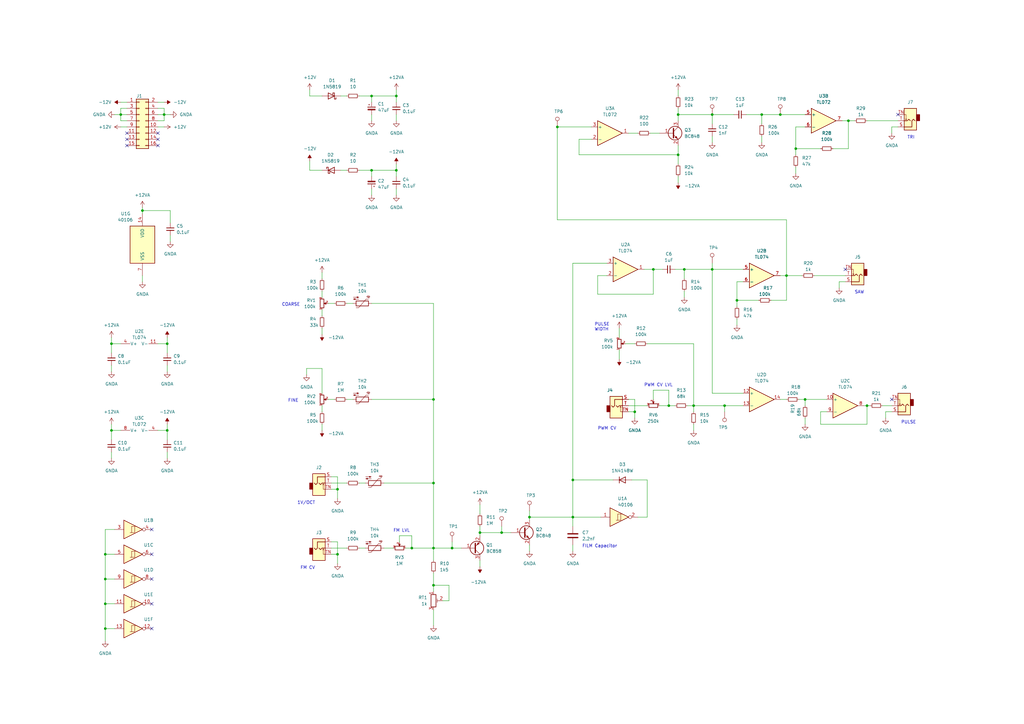
<source format=kicad_sch>
(kicad_sch (version 20211123) (generator eeschema)
  (paper "A3")
  (title_block (title "Raw VCO") (date "2022-02-25") (rev "v1.1") (company "Sebastián Del Moral (sebmorgal@gmail.com)") (comment 1 "Design based in mki x es.EDU VCO"))
  (junction (at 196.85 218.44))
  (junction (at 322.58 113.03))
  (junction (at 68.58 176.53))
  (junction (at 278.13 63.5))
  (junction (at 43.18 257.81))
  (junction (at 152.4 69.85))
  (junction (at 234.95 196.85))
  (junction (at 177.8 163.83))
  (junction (at 43.18 227.33))
  (junction (at 228.6 52.07))
  (junction (at 177.8 240.03))
  (junction (at 67.31 46.99))
  (junction (at 278.13 46.99))
  (junction (at 138.43 227.33))
  (junction (at 185.42 224.79))
  (junction (at 320.04 46.99))
  (junction (at 284.48 166.37))
  (junction (at 326.39 60.96))
  (junction (at 260.35 168.91))
  (junction (at 45.72 176.53))
  (junction (at 45.72 140.97))
  (junction (at 280.67 110.49))
  (junction (at 292.1 46.99))
  (junction (at 302.26 123.19))
  (junction (at 330.2 163.83))
  (junction (at 43.18 247.65))
  (junction (at 43.18 237.49))
  (junction (at 297.18 166.37))
  (junction (at 217.17 212.09))
  (junction (at 177.8 224.79))
  (junction (at 205.74 218.44))
  (junction (at 58.42 86.36))
  (junction (at 347.98 49.53))
  (junction (at 68.58 140.97))
  (junction (at 49.53 46.99))
  (junction (at 312.42 46.99))
  (junction (at 355.6 166.37))
  (junction (at 267.97 110.49))
  (junction (at 152.4 39.37))
  (junction (at 138.43 200.66))
  (junction (at 292.1 110.49))
  (junction (at 177.8 198.12))
  (junction (at 162.56 39.37))
  (junction (at 234.95 212.09))
  (junction (at 168.91 224.79))
  (junction (at 274.32 166.37))
  (junction (at 162.56 69.85))
  (no_connect (at 62.23 217.17))
  (no_connect (at 346.71 110.49))
  (no_connect (at 52.07 57.15))
  (no_connect (at 52.07 59.69))
  (no_connect (at 64.77 59.69))
  (no_connect (at 64.77 57.15))
  (no_connect (at 64.77 54.61))
  (no_connect (at 52.07 54.61))
  (no_connect (at 62.23 247.65))
  (no_connect (at 62.23 227.33))
  (no_connect (at 368.3 46.99))
  (no_connect (at 365.76 163.83))
  (no_connect (at 62.23 237.49))
  (no_connect (at 62.23 257.81))
  (wire (pts (xy 267.97 160.02) (xy 267.97 163.83)))
  (wire (pts (xy 49.53 46.99) (xy 52.07 46.99)))
  (wire (pts (xy 181.61 246.38) (xy 184.15 246.38)))
  (wire (pts (xy 266.7 54.61) (xy 270.51 54.61)))
  (wire (pts (xy 163.83 219.71) (xy 168.91 219.71)))
  (wire (pts (xy 365.76 168.91) (xy 363.22 168.91)))
  (wire (pts (xy 177.8 163.83) (xy 177.8 198.12)))
  (wire (pts (xy 43.18 227.33) (xy 43.18 237.49)))
  (wire (pts (xy 68.58 138.43) (xy 68.58 140.97)))
  (wire (pts (xy 278.13 44.45) (xy 278.13 46.99)))
  (wire (pts (xy 168.91 224.79) (xy 177.8 224.79)))
  (wire (pts (xy 234.95 212.09) (xy 217.17 212.09)))
  (wire (pts (xy 365.76 52.07) (xy 365.76 54.61)))
  (wire (pts (xy 125.73 153.67) (xy 125.73 151.13)))
  (wire (pts (xy 177.8 124.46) (xy 177.8 163.83)))
  (wire (pts (xy 43.18 257.81) (xy 43.18 262.89)))
  (wire (pts (xy 306.07 46.99) (xy 312.42 46.99)))
  (wire (pts (xy 355.6 166.37) (xy 356.87 166.37)))
  (wire (pts (xy 260.35 163.83) (xy 260.35 168.91)))
  (wire (pts (xy 234.95 196.85) (xy 251.46 196.85)))
  (wire (pts (xy 166.37 224.79) (xy 168.91 224.79)))
  (wire (pts (xy 132.08 111.76) (xy 132.08 114.3)))
  (wire (pts (xy 278.13 63.5) (xy 278.13 67.31)))
  (wire (pts (xy 196.85 215.9) (xy 196.85 218.44)))
  (wire (pts (xy 177.8 124.46) (xy 152.4 124.46)))
  (wire (pts (xy 185.42 222.25) (xy 185.42 224.79)))
  (wire (pts (xy 49.53 176.53) (xy 45.72 176.53)))
  (wire (pts (xy 69.85 96.52) (xy 69.85 99.06)))
  (wire (pts (xy 49.53 41.91) (xy 52.07 41.91)))
  (wire (pts (xy 297.18 166.37) (xy 297.18 168.91)))
  (wire (pts (xy 330.2 52.07) (xy 326.39 52.07)))
  (wire (pts (xy 138.43 222.25) (xy 138.43 227.33)))
  (wire (pts (xy 274.32 166.37) (xy 276.86 166.37)))
  (wire (pts (xy 330.2 163.83) (xy 330.2 166.37)))
  (wire (pts (xy 134.62 163.83) (xy 137.16 163.83)))
  (wire (pts (xy 304.8 161.29) (xy 292.1 161.29)))
  (wire (pts (xy 237.49 63.5) (xy 237.49 57.15)))
  (wire (pts (xy 254 143.51) (xy 254 147.32)))
  (wire (pts (xy 142.24 163.83) (xy 144.78 163.83)))
  (wire (pts (xy 257.81 168.91) (xy 260.35 168.91)))
  (wire (pts (xy 196.85 229.87) (xy 196.85 232.41)))
  (wire (pts (xy 177.8 250.19) (xy 177.8 256.54)))
  (wire (pts (xy 281.94 166.37) (xy 284.48 166.37)))
  (wire (pts (xy 135.89 200.66) (xy 138.43 200.66)))
  (wire (pts (xy 265.43 196.85) (xy 265.43 212.09)))
  (wire (pts (xy 45.72 173.99) (xy 45.72 176.53)))
  (wire (pts (xy 326.39 60.96) (xy 326.39 63.5)))
  (wire (pts (xy 284.48 166.37) (xy 297.18 166.37)))
  (wire (pts (xy 64.77 52.07) (xy 67.31 52.07)))
  (wire (pts (xy 217.17 212.09) (xy 217.17 213.36)))
  (wire (pts (xy 127 39.37) (xy 132.08 39.37)))
  (wire (pts (xy 147.32 198.12) (xy 149.86 198.12)))
  (wire (pts (xy 234.95 107.95) (xy 234.95 196.85)))
  (wire (pts (xy 67.31 44.45) (xy 67.31 46.99)))
  (wire (pts (xy 312.42 46.99) (xy 312.42 50.8)))
  (wire (pts (xy 135.89 222.25) (xy 138.43 222.25)))
  (wire (pts (xy 139.7 69.85) (xy 142.24 69.85)))
  (wire (pts (xy 280.67 119.38) (xy 280.67 121.92)))
  (wire (pts (xy 292.1 107.95) (xy 292.1 110.49)))
  (wire (pts (xy 177.8 234.95) (xy 177.8 240.03)))
  (wire (pts (xy 142.24 124.46) (xy 144.78 124.46)))
  (wire (pts (xy 245.11 113.03) (xy 245.11 120.65)))
  (wire (pts (xy 196.85 218.44) (xy 205.74 218.44)))
  (wire (pts (xy 43.18 217.17) (xy 43.18 227.33)))
  (wire (pts (xy 134.62 124.46) (xy 137.16 124.46)))
  (wire (pts (xy 132.08 119.38) (xy 132.08 121.92)))
  (wire (pts (xy 64.77 176.53) (xy 68.58 176.53)))
  (wire (pts (xy 267.97 110.49) (xy 271.78 110.49)))
  (wire (pts (xy 132.08 151.13) (xy 132.08 161.29)))
  (wire (pts (xy 278.13 63.5) (xy 237.49 63.5)))
  (wire (pts (xy 162.56 77.47) (xy 162.56 80.01)))
  (wire (pts (xy 43.18 257.81) (xy 46.99 257.81)))
  (wire (pts (xy 67.31 46.99) (xy 69.85 46.99)))
  (wire (pts (xy 248.92 113.03) (xy 245.11 113.03)))
  (wire (pts (xy 162.56 46.99) (xy 162.56 49.53)))
  (wire (pts (xy 168.91 219.71) (xy 168.91 224.79)))
  (wire (pts (xy 162.56 36.83) (xy 162.56 39.37)))
  (wire (pts (xy 302.26 130.81) (xy 302.26 133.35)))
  (wire (pts (xy 336.55 168.91) (xy 336.55 173.99)))
  (wire (pts (xy 157.48 224.79) (xy 161.29 224.79)))
  (wire (pts (xy 284.48 173.99) (xy 284.48 176.53)))
  (wire (pts (xy 336.55 173.99) (xy 355.6 173.99)))
  (wire (pts (xy 355.6 173.99) (xy 355.6 166.37)))
  (wire (pts (xy 152.4 77.47) (xy 152.4 80.01)))
  (wire (pts (xy 45.72 138.43) (xy 45.72 140.97)))
  (wire (pts (xy 138.43 195.58) (xy 138.43 200.66)))
  (wire (pts (xy 196.85 207.01) (xy 196.85 210.82)))
  (wire (pts (xy 330.2 163.83) (xy 339.09 163.83)))
  (wire (pts (xy 256.54 140.97) (xy 260.35 140.97)))
  (wire (pts (xy 49.53 44.45) (xy 49.53 46.99)))
  (wire (pts (xy 234.95 212.09) (xy 234.95 196.85)))
  (wire (pts (xy 322.58 123.19) (xy 322.58 113.03)))
  (wire (pts (xy 68.58 176.53) (xy 68.58 180.34)))
  (wire (pts (xy 246.38 212.09) (xy 234.95 212.09)))
  (wire (pts (xy 152.4 69.85) (xy 152.4 72.39)))
  (wire (pts (xy 368.3 52.07) (xy 365.76 52.07)))
  (wire (pts (xy 177.8 224.79) (xy 177.8 229.87)))
  (wire (pts (xy 177.8 240.03) (xy 177.8 242.57)))
  (wire (pts (xy 132.08 134.62) (xy 132.08 137.16)))
  (wire (pts (xy 320.04 163.83) (xy 322.58 163.83)))
  (wire (pts (xy 265.43 212.09) (xy 261.62 212.09)))
  (wire (pts (xy 292.1 110.49) (xy 304.8 110.49)))
  (wire (pts (xy 162.56 72.39) (xy 162.56 69.85)))
  (wire (pts (xy 217.17 223.52) (xy 217.17 226.06)))
  (wire (pts (xy 64.77 49.53) (xy 67.31 49.53)))
  (wire (pts (xy 52.07 44.45) (xy 49.53 44.45)))
  (wire (pts (xy 196.85 218.44) (xy 196.85 219.71)))
  (wire (pts (xy 43.18 247.65) (xy 43.18 257.81)))
  (wire (pts (xy 177.8 198.12) (xy 177.8 224.79)))
  (wire (pts (xy 267.97 120.65) (xy 267.97 110.49)))
  (wire (pts (xy 320.04 113.03) (xy 322.58 113.03)))
  (wire (pts (xy 49.53 46.99) (xy 46.99 46.99)))
  (wire (pts (xy 260.35 168.91) (xy 260.35 171.45)))
  (wire (pts (xy 69.85 91.44) (xy 69.85 86.36)))
  (wire (pts (xy 345.44 49.53) (xy 347.98 49.53)))
  (wire (pts (xy 326.39 60.96) (xy 336.55 60.96)))
  (wire (pts (xy 312.42 46.99) (xy 320.04 46.99)))
  (wire (pts (xy 46.99 217.17) (xy 43.18 217.17)))
  (wire (pts (xy 132.08 166.37) (xy 132.08 168.91)))
  (wire (pts (xy 49.53 52.07) (xy 52.07 52.07)))
  (wire (pts (xy 185.42 224.79) (xy 189.23 224.79)))
  (wire (pts (xy 64.77 44.45) (xy 67.31 44.45)))
  (wire (pts (xy 217.17 209.55) (xy 217.17 212.09)))
  (wire (pts (xy 254 134.62) (xy 254 138.43)))
  (wire (pts (xy 330.2 171.45) (xy 330.2 173.99)))
  (wire (pts (xy 147.32 224.79) (xy 149.86 224.79)))
  (wire (pts (xy 292.1 46.99) (xy 300.99 46.99)))
  (wire (pts (xy 278.13 59.69) (xy 278.13 63.5)))
  (wire (pts (xy 347.98 49.53) (xy 350.52 49.53)))
  (wire (pts (xy 292.1 46.99) (xy 292.1 50.8)))
  (wire (pts (xy 162.56 41.91) (xy 162.56 39.37)))
  (wire (pts (xy 64.77 41.91) (xy 67.31 41.91)))
  (wire (pts (xy 242.57 52.07) (xy 228.6 52.07)))
  (wire (pts (xy 257.81 166.37) (xy 265.43 166.37)))
  (wire (pts (xy 278.13 46.99) (xy 292.1 46.99)))
  (wire (pts (xy 139.7 39.37) (xy 142.24 39.37)))
  (wire (pts (xy 58.42 86.36) (xy 58.42 87.63)))
  (wire (pts (xy 162.56 69.85) (xy 152.4 69.85)))
  (wire (pts (xy 320.04 46.99) (xy 330.2 46.99)))
  (wire (pts (xy 127 36.83) (xy 127 39.37)))
  (wire (pts (xy 45.72 185.42) (xy 45.72 187.96)))
  (wire (pts (xy 302.26 115.57) (xy 304.8 115.57)))
  (wire (pts (xy 45.72 140.97) (xy 45.72 144.78)))
  (wire (pts (xy 292.1 55.88) (xy 292.1 58.42)))
  (wire (pts (xy 267.97 160.02) (xy 274.32 160.02)))
  (wire (pts (xy 274.32 160.02) (xy 274.32 166.37)))
  (wire (pts (xy 43.18 237.49) (xy 46.99 237.49)))
  (wire (pts (xy 205.74 218.44) (xy 209.55 218.44)))
  (wire (pts (xy 184.15 240.03) (xy 177.8 240.03)))
  (wire (pts (xy 162.56 67.31) (xy 162.56 69.85)))
  (wire (pts (xy 69.85 86.36) (xy 58.42 86.36)))
  (wire (pts (xy 138.43 227.33) (xy 138.43 231.14)))
  (wire (pts (xy 157.48 198.12) (xy 177.8 198.12)))
  (wire (pts (xy 257.81 163.83) (xy 260.35 163.83)))
  (wire (pts (xy 344.17 115.57) (xy 344.17 118.11)))
  (wire (pts (xy 132.08 127) (xy 132.08 129.54)))
  (wire (pts (xy 43.18 227.33) (xy 46.99 227.33)))
  (wire (pts (xy 355.6 49.53) (xy 368.3 49.53)))
  (wire (pts (xy 326.39 68.58) (xy 326.39 71.12)))
  (wire (pts (xy 270.51 166.37) (xy 274.32 166.37)))
  (wire (pts (xy 297.18 166.37) (xy 304.8 166.37)))
  (wire (pts (xy 312.42 55.88) (xy 312.42 58.42)))
  (wire (pts (xy 257.81 54.61) (xy 261.62 54.61)))
  (wire (pts (xy 322.58 113.03) (xy 328.93 113.03)))
  (wire (pts (xy 45.72 176.53) (xy 45.72 180.34)))
  (wire (pts (xy 228.6 90.17) (xy 322.58 90.17)))
  (wire (pts (xy 152.4 39.37) (xy 152.4 41.91)))
  (wire (pts (xy 52.07 49.53) (xy 49.53 49.53)))
  (wire (pts (xy 205.74 215.9) (xy 205.74 218.44)))
  (wire (pts (xy 361.95 166.37) (xy 365.76 166.37)))
  (wire (pts (xy 237.49 57.15) (xy 242.57 57.15)))
  (wire (pts (xy 177.8 224.79) (xy 185.42 224.79)))
  (wire (pts (xy 68.58 140.97) (xy 68.58 144.78)))
  (wire (pts (xy 316.23 123.19) (xy 322.58 123.19)))
  (wire (pts (xy 228.6 52.07) (xy 228.6 90.17)))
  (wire (pts (xy 311.15 123.19) (xy 302.26 123.19)))
  (wire (pts (xy 163.83 222.25) (xy 163.83 219.71)))
  (wire (pts (xy 49.53 140.97) (xy 45.72 140.97)))
  (wire (pts (xy 248.92 107.95) (xy 234.95 107.95)))
  (wire (pts (xy 45.72 149.86) (xy 45.72 152.4)))
  (wire (pts (xy 278.13 46.99) (xy 278.13 49.53)))
  (wire (pts (xy 125.73 151.13) (xy 132.08 151.13)))
  (wire (pts (xy 354.33 166.37) (xy 355.6 166.37)))
  (wire (pts (xy 280.67 110.49) (xy 292.1 110.49)))
  (wire (pts (xy 127 66.04) (xy 127 69.85)))
  (wire (pts (xy 147.32 39.37) (xy 152.4 39.37)))
  (wire (pts (xy 347.98 60.96) (xy 341.63 60.96)))
  (wire (pts (xy 58.42 85.09) (xy 58.42 86.36)))
  (wire (pts (xy 278.13 36.83) (xy 278.13 39.37)))
  (wire (pts (xy 346.71 115.57) (xy 344.17 115.57)))
  (wire (pts (xy 58.42 113.03) (xy 58.42 115.57)))
  (wire (pts (xy 284.48 140.97) (xy 284.48 166.37)))
  (wire (pts (xy 184.15 246.38) (xy 184.15 240.03)))
  (wire (pts (xy 162.56 39.37) (xy 152.4 39.37)))
  (wire (pts (xy 152.4 163.83) (xy 177.8 163.83)))
  (wire (pts (xy 284.48 166.37) (xy 284.48 168.91)))
  (wire (pts (xy 43.18 237.49) (xy 43.18 247.65)))
  (wire (pts (xy 259.08 196.85) (xy 265.43 196.85)))
  (wire (pts (xy 302.26 123.19) (xy 302.26 125.73)))
  (wire (pts (xy 327.66 163.83) (xy 330.2 163.83)))
  (wire (pts (xy 347.98 49.53) (xy 347.98 60.96)))
  (wire (pts (xy 245.11 120.65) (xy 267.97 120.65)))
  (wire (pts (xy 68.58 185.42) (xy 68.58 187.96)))
  (wire (pts (xy 265.43 140.97) (xy 284.48 140.97)))
  (wire (pts (xy 132.08 173.99) (xy 132.08 176.53)))
  (wire (pts (xy 138.43 200.66) (xy 138.43 204.47)))
  (wire (pts (xy 135.89 224.79) (xy 142.24 224.79)))
  (wire (pts (xy 135.89 198.12) (xy 142.24 198.12)))
  (wire (pts (xy 68.58 149.86) (xy 68.58 152.4)))
  (wire (pts (xy 326.39 52.07) (xy 326.39 60.96)))
  (wire (pts (xy 152.4 46.99) (xy 152.4 49.53)))
  (wire (pts (xy 339.09 168.91) (xy 336.55 168.91)))
  (wire (pts (xy 127 69.85) (xy 132.08 69.85)))
  (wire (pts (xy 322.58 90.17) (xy 322.58 113.03)))
  (wire (pts (xy 64.77 140.97) (xy 68.58 140.97)))
  (wire (pts (xy 49.53 49.53) (xy 49.53 46.99)))
  (wire (pts (xy 280.67 110.49) (xy 280.67 114.3)))
  (wire (pts (xy 334.01 113.03) (xy 346.71 113.03)))
  (wire (pts (xy 302.26 123.19) (xy 302.26 115.57)))
  (wire (pts (xy 234.95 223.52) (xy 234.95 226.06)))
  (wire (pts (xy 278.13 72.39) (xy 278.13 74.93)))
  (wire (pts (xy 147.32 69.85) (xy 152.4 69.85)))
  (wire (pts (xy 135.89 195.58) (xy 138.43 195.58)))
  (wire (pts (xy 267.97 110.49) (xy 264.16 110.49)))
  (wire (pts (xy 234.95 212.09) (xy 234.95 215.9)))
  (wire (pts (xy 276.86 110.49) (xy 280.67 110.49)))
  (wire (pts (xy 43.18 247.65) (xy 46.99 247.65)))
  (wire (pts (xy 135.89 227.33) (xy 138.43 227.33)))
  (wire (pts (xy 64.77 46.99) (xy 67.31 46.99)))
  (wire (pts (xy 363.22 168.91) (xy 363.22 171.45)))
  (wire (pts (xy 67.31 46.99) (xy 67.31 49.53)))
  (wire (pts (xy 292.1 161.29) (xy 292.1 110.49)))
  (wire (pts (xy 68.58 173.99) (xy 68.58 176.53)))
  (text "FILM Capacitor" (at 238.76 224.79 0) (effects (font (size 1.27 1.27)) (justify left bottom)))
  (text "PWM CV" (at 245.11 176.53 0) (effects (font (size 1.27 1.27)) (justify left bottom)))
  (text "TRI" (at 372.11 57.15 0) (effects (font (size 1.27 1.27)) (justify left bottom)))
  (text "COARSE" (at 115.57 125.73 0) (effects (font (size 1.27 1.27)) (justify left bottom)))
  (text "PWM CV LVL" (at 264.16 158.75 0) (effects (font (size 1.27 1.27)) (justify left bottom)))
  (text "FINE" (at 118.11 165.1 0) (effects (font (size 1.27 1.27)) (justify left bottom)))
  (text "SAW" (at 350.52 120.65 0) (effects (font (size 1.27 1.27)) (justify left bottom)))
  (text "PULSE" (at 369.57 173.99 0) (effects (font (size 1.27 1.27)) (justify left bottom)))
  (text "1V/OCT" (at 121.92 207.01 0) (effects (font (size 1.27 1.27)) (justify left bottom)))
  (text "FM LVL" (at 161.29 218.44 0) (effects (font (size 1.27 1.27)) (justify left bottom)))
  (text "FM CV" (at 123.19 233.68 0) (effects (font (size 1.27 1.27)) (justify left bottom)))
  (text "PULSE\nWIDTH" (at 243.84 135.89 0) (effects (font (size 1.27 1.27)) (justify left bottom)))
  (symbol (lib_id "Amplifier_Operational:TL074") (at 57.15 138.43 90) (unit 5)
    (property "Reference" "U2" (at 57.15 135.89 90))
    (property "Value" "TL074" (at 57.15 138.43 90))
    (property "Footprint" "Package_SO:SOIC-14_3.9x8.7mm_P1.27mm" (effects hide))
    (property "Datasheet" "http://www.ti.com/lit/ds/symlink/tl071.pdf" (effects hide))
  )
  (symbol (lib_id "Device:C_Small") (at 45.72 182.88 0) (unit 1)
    (property "Reference" "C10" (at 48.26 181.6162 0) (effects (justify left)))
    (property "Value" "0.1uF" (at 48.26 184.1562 0) (effects (justify left)))
    (property "Footprint" "Capacitor_SMD:C_0603_1608Metric_Pad1.08x0.95mm_HandSolder" (effects hide))
  )
  (symbol (lib_id "Connector:AudioJack2_SwitchT") (at 373.38 49.53 180) (unit 1)
    (property "Reference" "J7" (at 373.38 41.91 0))
    (property "Value" "AudioJack2_SwitchT" (effects hide))
    (property "Footprint" "Connector_Audio:Jack_3.5mm_QingPu_WQP-PJ398SM_Vertical_CircularHoles" (effects hide))
  )
  (symbol (lib_id "Device:R_Small") (at 144.78 198.12 270) (unit 1)
    (property "Reference" "R8" (at 144.78 191.77 90))
    (property "Value" "100k" (at 144.78 194.31 90))
    (property "Footprint" "Resistor_SMD:R_0603_1608Metric_Pad0.98x0.95mm_HandSolder" (effects hide))
  )
  (symbol (lib_id "power:GNDA") (at 68.58 152.4 0) (unit 1)
    (property "Reference" "#PWR0128" (effects hide))
    (property "Value" "GNDA" (at 68.58 157.48 0))
  )
  (symbol (lib_id "Device:R_Small") (at 302.26 128.27 180) (unit 1)
    (property "Reference" "R16" (at 304.8 126.9999 0) (effects (justify right)))
    (property "Value" "47k" (at 304.8 129.5399 0) (effects (justify right)))
    (property "Footprint" "Resistor_SMD:R_0603_1608Metric_Pad0.98x0.95mm_HandSolder" (effects hide))
  )
  (symbol (lib_id "power:+12VA") (at 45.72 138.43 0) (unit 1)
    (property "Reference" "#PWR0131" (effects hide))
    (property "Value" "+12VA" (at 45.72 133.35 0))
  )
  (symbol (lib_id "Connector:AudioJack2_SwitchT") (at 370.84 166.37 180) (unit 1)
    (property "Reference" "J6" (at 370.84 158.75 0))
    (property "Value" "AudioJack2_SwitchT" (effects hide))
    (property "Footprint" "Connector_Audio:Jack_3.5mm_QingPu_WQP-PJ398SM_Vertical_CircularHoles" (effects hide))
  )
  (symbol (lib_id "Amplifier_Operational:TL074") (at 312.42 163.83 0) (unit 4)
    (property "Reference" "U2" (at 312.42 153.67 0))
    (property "Value" "TL074" (at 312.42 156.21 0))
    (property "Footprint" "Package_SO:SOIC-14_3.9x8.7mm_P1.27mm" (effects hide))
    (property "Datasheet" "http://www.ti.com/lit/ds/symlink/tl071.pdf" (effects hide))
  )
  (symbol (lib_id "power:+12VA") (at 45.72 173.99 0) (unit 1)
    (property "Reference" "#PWR01" (effects hide))
    (property "Value" "+12VA" (at 45.72 168.91 0))
  )
  (symbol (lib_id "Device:R_Small") (at 326.39 66.04 0) (unit 1)
    (property "Reference" "R27" (at 328.93 64.7699 0) (effects (justify left)))
    (property "Value" "47k" (at 328.93 67.3099 0) (effects (justify left)))
    (property "Footprint" "Resistor_SMD:R_0603_1608Metric_Pad0.98x0.95mm_HandSolder" (effects hide))
  )
  (symbol (lib_id "power:-12VA") (at 68.58 173.99 0) (unit 1)
    (property "Reference" "#PWR03" (effects hide))
    (property "Value" "-12VA" (at 68.58 168.91 0))
  )
  (symbol (lib_id "Connector:TestPoint") (at 292.1 46.99 0) (unit 1)
    (property "Reference" "TP7" (at 290.83 40.64 0) (effects (justify left)))
    (property "Value" "TestPoint" (effects hide))
    (property "Footprint" "TestPoint:TestPoint_Pad_D1.5mm" (effects hide))
  )
  (symbol (lib_id "Device:R_Potentiometer_Small") (at 132.08 124.46 0) (mirror x) (unit 1)
    (property "Reference" "RV1" (at 129.54 123.1899 0) (effects (justify right)))
    (property "Value" "100k" (at 129.54 125.7299 0) (effects (justify right)))
    (property "Footprint" "Potentiometer_THT:Potentiometer_Alpha_RD901F-40-00D_Single_Vertical" (effects hide))
  )
  (symbol (lib_id "power:GNDA") (at 162.56 49.53 0) (unit 1)
    (property "Reference" "#PWR0112" (effects hide))
    (property "Value" "GNDA" (at 162.56 54.61 0))
  )
  (symbol (lib_id "power:GNDA") (at 58.42 115.57 0) (unit 1)
    (property "Reference" "#PWR0125" (effects hide))
    (property "Value" "GNDA" (at 58.42 120.65 0))
  )
  (symbol (lib_id "Device:R_Small") (at 132.08 171.45 180) (unit 1)
    (property "Reference" "R5" (at 127 170.18 0) (effects (justify right)))
    (property "Value" "100k" (at 125.73 172.72 0) (effects (justify right)))
    (property "Footprint" "Resistor_SMD:R_0603_1608Metric_Pad0.98x0.95mm_HandSolder" (effects hide))
  )
  (symbol (lib_id "power:GNDA") (at 302.26 133.35 0) (unit 1)
    (property "Reference" "#PWR0142" (effects hide))
    (property "Value" "GNDA" (at 302.26 138.43 0))
  )
  (symbol (lib_id "Connector:TestPoint") (at 217.17 209.55 0) (unit 1)
    (property "Reference" "TP3" (at 215.9 203.2 0) (effects (justify left)))
    (property "Value" "TestPoint" (effects hide))
    (property "Footprint" "TestPoint:TestPoint_Pad_D1.5mm" (effects hide))
  )
  (symbol (lib_id "power:GNDA") (at 330.2 173.99 0) (unit 1)
    (property "Reference" "#PWR0127" (effects hide))
    (property "Value" "GNDA" (at 330.2 179.07 0))
  )
  (symbol (lib_id "Device:R_Small") (at 278.13 41.91 0) (unit 1)
    (property "Reference" "R23" (at 280.67 40.6399 0) (effects (justify left)))
    (property "Value" "10k" (at 280.67 43.1799 0) (effects (justify left)))
    (property "Footprint" "Resistor_SMD:R_0603_1608Metric_Pad0.98x0.95mm_HandSolder" (effects hide))
  )
  (symbol (lib_id "power:GNDA") (at 284.48 176.53 0) (unit 1)
    (property "Reference" "#PWR0134" (effects hide))
    (property "Value" "GNDA" (at 284.48 181.61 0))
  )
  (symbol (lib_id "Connector:AudioJack2_SwitchT") (at 130.81 224.79 0) (unit 1)
    (property "Reference" "J3" (at 130.81 218.44 0))
    (property "Value" "AudioJack2_SwitchT" (effects hide))
    (property "Footprint" "Connector_Audio:Jack_3.5mm_QingPu_WQP-PJ398SM_Vertical_CircularHoles" (effects hide))
  )
  (symbol (lib_id "Device:C_Small") (at 69.85 93.98 0) (unit 1)
    (property "Reference" "C5" (at 72.39 92.7162 0) (effects (justify left)))
    (property "Value" "0.1uF" (at 72.39 95.2562 0) (effects (justify left)))
    (property "Footprint" "Capacitor_SMD:C_0603_1608Metric_Pad1.08x0.95mm_HandSolder" (effects hide))
  )
  (symbol (lib_id "power:-12VA") (at 196.85 232.41 180) (unit 1)
    (property "Reference" "#PWR0136" (effects hide))
    (property "Value" "-12VA" (at 193.04 238.76 0) (effects (justify right)))
  )
  (symbol (lib_id "power:+12VA") (at 196.85 207.01 0) (unit 1)
    (property "Reference" "#PWR0135" (effects hide))
    (property "Value" "+12VA" (at 196.85 201.93 0))
  )
  (symbol (lib_id "Device:C_Polarized_Small") (at 152.4 74.93 180) (unit 1)
    (property "Reference" "C2" (at 154.94 74.206 0) (effects (justify right)))
    (property "Value" "47uF" (at 154.94 76.746 0) (effects (justify right)))
    (property "Footprint" "Capacitor_SMD:CP_Elec_6.3x5.4" (effects hide))
  )
  (symbol (lib_id "Transistor_BJT:BC858") (at 194.31 224.79 0) (mirror x) (unit 1)
    (property "Reference" "Q1" (at 199.39 223.5199 0) (effects (justify left)))
    (property "Value" "BC858" (at 199.39 226.0599 0) (effects (justify left)))
    (property "Footprint" "Package_TO_SOT_SMD:SOT-23" (effects hide))
    (property "Datasheet" "https://www.onsemi.com/pub/Collateral/BC860-D.pdf" (effects hide))
  )
  (symbol (lib_id "power:GNDA") (at 280.67 121.92 0) (unit 1)
    (property "Reference" "#PWR0141" (effects hide))
    (property "Value" "GNDA" (at 280.67 127 0))
  )
  (symbol (lib_id "Device:R_Potentiometer_Trim") (at 177.8 246.38 0) (unit 1)
    (property "Reference" "RT1" (at 175.26 245.1099 0) (effects (justify right)))
    (property "Value" "1k" (at 175.26 247.6499 0) (effects (justify right)))
    (property "Footprint" "Potentiometer_THT:Potentiometer_Bourns_3296W_Vertical" (effects hide))
  )
  (symbol (lib_id "Device:C_Small") (at 68.58 182.88 0) (unit 1)
    (property "Reference" "C11" (at 71.12 181.6162 0) (effects (justify left)))
    (property "Value" "0.1uF" (at 71.12 184.1562 0) (effects (justify left)))
    (property "Footprint" "Capacitor_SMD:C_0603_1608Metric_Pad1.08x0.95mm_HandSolder" (effects hide))
  )
  (symbol (lib_id "power:GNDA") (at 162.56 80.01 0) (unit 1)
    (property "Reference" "#PWR0119" (effects hide))
    (property "Value" "GNDA" (at 162.56 85.09 0))
  )
  (symbol (lib_id "power:GNDA") (at 138.43 231.14 0) (unit 1)
    (property "Reference" "#PWR0103" (effects hide))
    (property "Value" "GNDA" (at 138.43 236.22 0))
  )
  (symbol (lib_id "Device:R_Small") (at 144.78 69.85 90) (unit 1)
    (property "Reference" "R2" (at 144.78 63.5 90))
    (property "Value" "10" (at 144.78 66.04 90))
    (property "Footprint" "Resistor_SMD:R_0805_2012Metric_Pad1.20x1.40mm_HandSolder" (effects hide))
  )
  (symbol (lib_id "power:GNDA") (at 68.58 187.96 0) (unit 1)
    (property "Reference" "#PWR04" (effects hide))
    (property "Value" "GNDA" (at 68.58 193.04 0))
  )
  (symbol (lib_id "4xxx:40106") (at 254 212.09 0) (unit 1)
    (property "Reference" "U1" (at 255.27 204.47 0))
    (property "Value" "40106" (at 256.54 207.01 0))
    (property "Footprint" "Package_SO:SOIC-14_3.9x8.7mm_P1.27mm" (effects hide))
    (property "Datasheet" "https://assets.nexperia.com/documents/data-sheet/HEF40106B.pdf" (effects hide))
  )
  (symbol (lib_id "Device:R_Small") (at 132.08 132.08 180) (unit 1)
    (property "Reference" "R4" (at 127 130.81 0) (effects (justify right)))
    (property "Value" "33k" (at 127 133.35 0) (effects (justify right)))
    (property "Footprint" "Resistor_SMD:R_0603_1608Metric_Pad0.98x0.95mm_HandSolder" (effects hide))
  )
  (symbol (lib_id "Device:R_Small") (at 144.78 224.79 270) (unit 1)
    (property "Reference" "R9" (at 144.78 218.44 90))
    (property "Value" "100k" (at 144.78 220.98 90))
    (property "Footprint" "Resistor_SMD:R_0603_1608Metric_Pad0.98x0.95mm_HandSolder" (effects hide))
  )
  (symbol (lib_id "power:GNDA") (at 326.39 71.12 0) (unit 1)
    (property "Reference" "#PWR010" (effects hide))
    (property "Value" "GNDA" (at 326.39 76.2 0))
  )
  (symbol (lib_id "4xxx:40106") (at 54.61 257.81 0) (unit 6)
    (property "Reference" "U1" (at 60.96 254 0))
    (property "Value" "40106" (effects hide))
    (property "Footprint" "Package_SO:SOIC-14_3.9x8.7mm_P1.27mm" (effects hide))
    (property "Datasheet" "https://assets.nexperia.com/documents/data-sheet/HEF40106B.pdf" (effects hide))
  )
  (symbol (lib_id "Device:R_Small") (at 264.16 54.61 270) (unit 1)
    (property "Reference" "R22" (at 264.16 48.26 90))
    (property "Value" "100" (at 264.16 50.8 90))
    (property "Footprint" "Resistor_SMD:R_0603_1608Metric_Pad0.98x0.95mm_HandSolder" (effects hide))
  )
  (symbol (lib_id "power:GNDA") (at 45.72 152.4 0) (unit 1)
    (property "Reference" "#PWR0130" (effects hide))
    (property "Value" "GNDA" (at 45.72 157.48 0))
  )
  (symbol (lib_id "Device:R_Small") (at 144.78 39.37 90) (unit 1)
    (property "Reference" "R1" (at 144.78 33.02 90))
    (property "Value" "10" (at 144.78 35.56 90))
    (property "Footprint" "Resistor_SMD:R_0805_2012Metric_Pad1.20x1.40mm_HandSolder" (effects hide))
  )
  (symbol (lib_id "Device:R_Small") (at 262.89 140.97 270) (unit 1)
    (property "Reference" "R12" (at 262.89 134.62 90))
    (property "Value" "100k" (at 262.89 137.16 90))
    (property "Footprint" "Resistor_SMD:R_0603_1608Metric_Pad0.98x0.95mm_HandSolder" (effects hide))
  )
  (symbol (lib_id "Device:Thermistor_NTC") (at 148.59 124.46 270) (unit 1)
    (property "Reference" "TH1" (at 148.59 116.84 90))
    (property "Value" "10k" (at 148.59 119.38 90))
    (property "Footprint" "Resistor_THT:R_Axial_DIN0204_L3.6mm_D1.6mm_P2.54mm_Vertical" (effects hide))
  )
  (symbol (lib_id "Connector:AudioJack2_SwitchT") (at 130.81 198.12 0) (unit 1)
    (property "Reference" "J2" (at 130.81 191.77 0))
    (property "Value" "AudioJack2_SwitchT" (effects hide))
    (property "Footprint" "Connector_Audio:Jack_3.5mm_QingPu_WQP-PJ398SM_Vertical_CircularHoles" (effects hide))
  )
  (symbol (lib_id "power:+12VA") (at 132.08 111.76 0) (unit 1)
    (property "Reference" "#PWR0115" (effects hide))
    (property "Value" "+12VA" (at 132.08 106.68 0))
  )
  (symbol (lib_id "power:-12VA") (at 132.08 137.16 180) (unit 1)
    (property "Reference" "#PWR0117" (effects hide))
    (property "Value" "-12VA" (at 134.62 138.4299 0) (effects (justify right)))
  )
  (symbol (lib_id "Device:C_Small") (at 162.56 44.45 0) (unit 1)
    (property "Reference" "C3" (at 165.1 43.1862 0) (effects (justify left)))
    (property "Value" "0.1uF" (at 165.1 45.7262 0) (effects (justify left)))
    (property "Footprint" "Capacitor_SMD:C_0603_1608Metric_Pad1.08x0.95mm_HandSolder" (effects hide))
  )
  (symbol (lib_id "power:+12VA") (at 278.13 36.83 0) (unit 1)
    (property "Reference" "#PWR05" (effects hide))
    (property "Value" "+12VA" (at 278.13 31.75 0))
  )
  (symbol (lib_id "power:GNDA") (at 217.17 226.06 0) (unit 1)
    (property "Reference" "#PWR0138" (effects hide))
    (property "Value" "GNDA" (at 217.17 231.14 0))
  )
  (symbol (lib_id "power:GNDA") (at 138.43 204.47 0) (unit 1)
    (property "Reference" "#PWR0102" (effects hide))
    (property "Value" "GNDA" (at 138.43 209.55 0))
  )
  (symbol (lib_id "Device:R_Potentiometer_Small") (at 163.83 224.79 270) (mirror x) (unit 1)
    (property "Reference" "RV3" (at 163.83 228.6 90))
    (property "Value" "1M" (at 163.83 231.14 90))
    (property "Footprint" "Potentiometer_THT:Potentiometer_Alpha_RD901F-40-00D_Single_Vertical" (effects hide))
  )
  (symbol (lib_id "power:-12V") (at 49.53 41.91 90) (unit 1)
    (property "Reference" "#PWR0109" (effects hide))
    (property "Value" "-12V" (at 45.72 41.91 90) (effects (justify left)))
  )
  (symbol (lib_id "power:GNDA") (at 43.18 262.89 0) (unit 1)
    (property "Reference" "#PWR0122" (effects hide))
    (property "Value" "GNDA" (at 43.18 267.97 0))
  )
  (symbol (lib_id "Connector_Generic:Conn_02x08_Odd_Even") (at 57.15 49.53 0) (unit 1)
    (property "Reference" "J1" (at 57.15 39.37 0))
    (property "Value" "Conn_02x08_Odd_Even" (effects hide))
    (property "Footprint" "Connector_PinHeader_2.54mm:PinHeader_2x08_P2.54mm_Vertical_SMD" (effects hide))
  )
  (symbol (lib_id "Device:C_Small") (at 292.1 53.34 0) (unit 1)
    (property "Reference" "C12" (at 294.64 52.0762 0) (effects (justify left)))
    (property "Value" "1nF" (at 294.64 54.6162 0) (effects (justify left)))
    (property "Footprint" "Capacitor_SMD:C_0603_1608Metric_Pad1.08x0.95mm_HandSolder" (effects hide))
  )
  (symbol (lib_id "Transistor_BJT:BC848") (at 214.63 218.44 0) (unit 1)
    (property "Reference" "Q2" (at 219.71 217.1699 0) (effects (justify left)))
    (property "Value" "BC848" (at 219.71 219.7099 0) (effects (justify left)))
    (property "Footprint" "Package_TO_SOT_SMD:SOT-23" (effects hide))
    (property "Datasheet" "http://www.infineon.com/dgdl/Infineon-BC847SERIES_BC848SERIES_BC849SERIES_BC850SERIES-DS-v01_01-en.pdf?fileId=db3a304314dca389011541d4630a1657" (effects hide))
  )
  (symbol (lib_id "Device:R_Small") (at 132.08 116.84 180) (unit 1)
    (property "Reference" "R3" (at 127 115.57 0) (effects (justify right)))
    (property "Value" "100k" (at 125.73 118.11 0) (effects (justify right)))
    (property "Footprint" "Resistor_SMD:R_0603_1608Metric_Pad0.98x0.95mm_HandSolder" (effects hide))
  )
  (symbol (lib_id "Device:C_Small") (at 45.72 147.32 0) (unit 1)
    (property "Reference" "C8" (at 48.26 146.0562 0) (effects (justify left)))
    (property "Value" "0.1uF" (at 48.26 148.5962 0) (effects (justify left)))
    (property "Footprint" "Capacitor_SMD:C_0603_1608Metric_Pad1.08x0.95mm_HandSolder" (effects hide))
  )
  (symbol (lib_id "power:GNDA") (at 152.4 49.53 0) (unit 1)
    (property "Reference" "#PWR0113" (effects hide))
    (property "Value" "GNDA" (at 152.4 54.61 0))
  )
  (symbol (lib_id "power:GNDA") (at 344.17 118.11 0) (unit 1)
    (property "Reference" "#PWR0126" (effects hide))
    (property "Value" "GNDA" (at 344.17 123.19 0))
  )
  (symbol (lib_id "Connector:AudioJack2_SwitchT") (at 252.73 166.37 0) (unit 1)
    (property "Reference" "J4" (at 250.19 160.02 0))
    (property "Value" "AudioJack2_SwitchT" (effects hide))
    (property "Footprint" "Connector_Audio:Jack_3.5mm_QingPu_WQP-PJ398SM_Vertical_CircularHoles" (effects hide))
  )
  (symbol (lib_id "Connector:TestPoint") (at 320.04 46.99 0) (unit 1)
    (property "Reference" "TP8" (at 318.77 40.64 0) (effects (justify left)))
    (property "Value" "TestPoint" (effects hide))
    (property "Footprint" "TestPoint:TestPoint_Pad_D1.5mm" (effects hide))
  )
  (symbol (lib_id "Device:R_Potentiometer_Small") (at 254 140.97 0) (mirror x) (unit 1)
    (property "Reference" "RV5" (at 251.46 139.6999 0) (effects (justify right)))
    (property "Value" "100k" (at 251.46 142.2399 0) (effects (justify right)))
    (property "Footprint" "Potentiometer_THT:Potentiometer_Alpha_RD901F-40-00D_Single_Vertical" (effects hide))
  )
  (symbol (lib_id "power:-12VA") (at 162.56 67.31 0) (unit 1)
    (property "Reference" "#PWR0121" (effects hide))
    (property "Value" "-12VA" (at 162.56 62.23 0))
  )
  (symbol (lib_id "Diode:1N4148W") (at 255.27 196.85 0) (unit 1)
    (property "Reference" "D3" (at 255.27 190.5 0))
    (property "Value" "1N4148W" (at 255.27 193.04 0))
    (property "Footprint" "Diode_SMD:D_SOD-123" (effects hide))
    (property "Datasheet" "https://www.vishay.com/docs/85748/1n4148w.pdf" (effects hide))
  )
  (symbol (lib_id "Device:R_Small") (at 196.85 213.36 0) (unit 1)
    (property "Reference" "R11" (at 199.39 212.0899 0) (effects (justify left)))
    (property "Value" "1M" (at 199.39 214.6299 0) (effects (justify left)))
    (property "Footprint" "Resistor_SMD:R_0603_1608Metric_Pad0.98x0.95mm_HandSolder" (effects hide))
  )
  (symbol (lib_id "Device:Thermistor_NTC") (at 153.67 198.12 270) (unit 1)
    (property "Reference" "TH3" (at 153.67 190.5 90))
    (property "Value" "10k" (at 153.67 193.04 90))
    (property "Footprint" "Resistor_THT:R_Axial_DIN0204_L3.6mm_D1.6mm_P2.54mm_Vertical" (effects hide))
  )
  (symbol (lib_id "power:GNDA") (at 45.72 187.96 0) (unit 1)
    (property "Reference" "#PWR02" (effects hide))
    (property "Value" "GNDA" (at 45.72 193.04 0))
  )
  (symbol (lib_id "Device:R_Small") (at 339.09 60.96 270) (unit 1)
    (property "Reference" "R28" (at 339.09 54.61 90))
    (property "Value" "100k" (at 339.09 57.15 90))
    (property "Footprint" "Resistor_SMD:R_0603_1608Metric_Pad0.98x0.95mm_HandSolder" (effects hide))
  )
  (symbol (lib_id "Connector:TestPoint") (at 205.74 215.9 0) (unit 1)
    (property "Reference" "TP2" (at 204.47 209.55 0) (effects (justify left)))
    (property "Value" "TestPoint" (effects hide))
    (property "Footprint" "TestPoint:TestPoint_Pad_D1.5mm" (effects hide))
  )
  (symbol (lib_id "Device:R_Small") (at 279.4 166.37 270) (unit 1)
    (property "Reference" "R13" (at 279.4 160.02 90))
    (property "Value" "68k" (at 279.4 162.56 90))
    (property "Footprint" "Resistor_SMD:R_0603_1608Metric_Pad0.98x0.95mm_HandSolder" (effects hide))
  )
  (symbol (lib_id "power:+12VA") (at 58.42 85.09 0) (unit 1)
    (property "Reference" "#PWR0123" (effects hide))
    (property "Value" "+12VA" (at 58.42 80.01 0))
  )
  (symbol (lib_id "Device:R_Small") (at 177.8 232.41 0) (unit 1)
    (property "Reference" "R10" (at 180.34 231.1399 0) (effects (justify left)))
    (property "Value" "1k5" (at 180.34 233.6799 0) (effects (justify left)))
    (property "Footprint" "Resistor_SMD:R_0603_1608Metric_Pad0.98x0.95mm_HandSolder" (effects hide))
  )
  (symbol (lib_id "power:GNDA") (at 292.1 58.42 0) (unit 1)
    (property "Reference" "#PWR07" (effects hide))
    (property "Value" "GNDA" (at 292.1 63.5 0))
  )
  (symbol (lib_id "4xxx:40106") (at 54.61 227.33 0) (unit 3)
    (property "Reference" "U1" (at 60.96 223.52 0))
    (property "Value" "40106" (effects hide))
    (property "Footprint" "Package_SO:SOIC-14_3.9x8.7mm_P1.27mm" (effects hide))
    (property "Datasheet" "https://assets.nexperia.com/documents/data-sheet/HEF40106B.pdf" (effects hide))
  )
  (symbol (lib_id "Transistor_BJT:BC848") (at 275.59 54.61 0) (unit 1)
    (property "Reference" "Q3" (at 280.67 53.3399 0) (effects (justify left)))
    (property "Value" "BC848" (at 280.67 55.8799 0) (effects (justify left)))
    (property "Footprint" "Package_TO_SOT_SMD:SOT-23" (effects hide))
    (property "Datasheet" "http://www.infineon.com/dgdl/Infineon-BC847SERIES_BC848SERIES_BC849SERIES_BC850SERIES-DS-v01_01-en.pdf?fileId=db3a304314dca389011541d4630a1657" (effects hide))
  )
  (symbol (lib_id "Device:R_Small") (at 330.2 168.91 180) (unit 1)
    (property "Reference" "R19" (at 325.12 167.64 90))
    (property "Value" "68k" (at 327.66 168.91 90))
    (property "Footprint" "Resistor_SMD:R_0603_1608Metric_Pad0.98x0.95mm_HandSolder" (effects hide))
  )
  (symbol (lib_id "Device:R_Small") (at 278.13 69.85 0) (unit 1)
    (property "Reference" "R24" (at 280.67 68.5799 0) (effects (justify left)))
    (property "Value" "10k" (at 280.67 71.1199 0) (effects (justify left)))
    (property "Footprint" "Resistor_SMD:R_0603_1608Metric_Pad0.98x0.95mm_HandSolder" (effects hide))
  )
  (symbol (lib_id "power:+12V") (at 49.53 52.07 90) (unit 1)
    (property "Reference" "#PWR0110" (effects hide))
    (property "Value" "+12V" (at 45.72 52.0699 90) (effects (justify left)))
  )
  (symbol (lib_id "Device:R_Potentiometer_Small") (at 132.08 163.83 0) (mirror x) (unit 1)
    (property "Reference" "RV2" (at 129.54 162.5599 0) (effects (justify right)))
    (property "Value" "100k" (at 129.54 165.0999 0) (effects (justify right)))
    (property "Footprint" "Potentiometer_THT:Potentiometer_Alpha_RD901F-40-00D_Single_Vertical" (effects hide))
  )
  (symbol (lib_id "Amplifier_Operational:TL072") (at 57.15 173.99 90) (unit 3)
    (property "Reference" "U3" (at 57.15 171.45 90))
    (property "Value" "TL072" (at 57.15 173.99 90))
    (property "Footprint" "Package_SO:SOIC-8_3.9x4.9mm_P1.27mm" (effects hide))
    (property "Datasheet" "http://www.ti.com/lit/ds/symlink/tl071.pdf" (effects hide))
  )
  (symbol (lib_id "4xxx:40106") (at 54.61 247.65 0) (unit 5)
    (property "Reference" "U1" (at 60.96 243.84 0))
    (property "Value" "40106" (effects hide))
    (property "Footprint" "Package_SO:SOIC-14_3.9x8.7mm_P1.27mm" (effects hide))
    (property "Datasheet" "https://assets.nexperia.com/documents/data-sheet/HEF40106B.pdf" (effects hide))
  )
  (symbol (lib_id "Connector:TestPoint") (at 292.1 107.95 0) (unit 1)
    (property "Reference" "TP4" (at 290.83 101.6 0) (effects (justify left)))
    (property "Value" "TestPoint" (effects hide))
    (property "Footprint" "TestPoint:TestPoint_Pad_D1.5mm" (effects hide))
  )
  (symbol (lib_id "Device:R_Small") (at 353.06 49.53 90) (unit 1)
    (property "Reference" "R29" (at 353.06 44.45 90))
    (property "Value" "1k" (at 353.06 46.99 90))
    (property "Footprint" "Resistor_SMD:R_0603_1608Metric_Pad0.98x0.95mm_HandSolder" (effects hide))
  )
  (symbol (lib_id "Device:R_Small") (at 325.12 163.83 90) (unit 1)
    (property "Reference" "R18" (at 326.39 158.75 90))
    (property "Value" "100k" (at 325.12 161.29 90))
    (property "Footprint" "Resistor_SMD:R_0603_1608Metric_Pad0.98x0.95mm_HandSolder" (effects hide))
  )
  (symbol (lib_id "Device:R_Small") (at 313.69 123.19 90) (unit 1)
    (property "Reference" "R17" (at 314.96 118.11 90))
    (property "Value" "100k" (at 313.69 120.65 90))
    (property "Footprint" "Resistor_SMD:R_0603_1608Metric_Pad0.98x0.95mm_HandSolder" (effects hide))
  )
  (symbol (lib_id "Diode:1N5819") (at 135.89 39.37 180) (unit 1)
    (property "Reference" "D1" (at 136.2075 33.02 0))
    (property "Value" "1N5819" (at 136.2075 35.56 0))
    (property "Footprint" "Diode_SMD:D_SOD-123" (effects hide))
    (property "Datasheet" "http://www.vishay.com/docs/88525/1n5817.pdf" (effects hide))
  )
  (symbol (lib_id "Device:R_Small") (at 284.48 171.45 0) (unit 1)
    (property "Reference" "R15" (at 287.02 170.1799 0) (effects (justify left)))
    (property "Value" "10k" (at 287.02 172.7199 0) (effects (justify left)))
    (property "Footprint" "Resistor_SMD:R_0603_1608Metric_Pad0.98x0.95mm_HandSolder" (effects hide))
  )
  (symbol (lib_id "power:GNDA") (at 46.99 46.99 270) (unit 1)
    (property "Reference" "#PWR0108" (effects hide))
    (property "Value" "GNDA" (at 38.1 46.99 90) (effects (justify left)))
  )
  (symbol (lib_id "Amplifier_Operational:TL074") (at 312.42 113.03 0) (unit 2)
    (property "Reference" "U2" (at 312.42 102.87 0))
    (property "Value" "TL074" (at 312.42 105.41 0))
    (property "Footprint" "Package_SO:SOIC-14_3.9x8.7mm_P1.27mm" (effects hide))
    (property "Datasheet" "http://www.ti.com/lit/ds/symlink/tl071.pdf" (effects hide))
  )
  (symbol (lib_id "power:GNDA") (at 125.73 153.67 0) (unit 1)
    (property "Reference" "#PWR0116" (effects hide))
    (property "Value" "GNDA" (at 125.73 158.75 0))
  )
  (symbol (lib_id "power:GNDA") (at 177.8 256.54 0) (unit 1)
    (property "Reference" "#PWR0104" (effects hide))
    (property "Value" "GNDA" (at 177.8 261.62 0))
  )
  (symbol (lib_id "power:-12V") (at 67.31 41.91 270) (unit 1)
    (property "Reference" "#PWR0106" (effects hide))
    (property "Value" "-12V" (at 71.12 41.9099 90) (effects (justify left)))
  )
  (symbol (lib_id "Diode:1N5819") (at 135.89 69.85 0) (unit 1)
    (property "Reference" "D2" (at 135.5725 63.5 0))
    (property "Value" "1N5819" (at 135.5725 66.04 0))
    (property "Footprint" "Diode_SMD:D_SOD-123" (effects hide))
    (property "Datasheet" "http://www.vishay.com/docs/88525/1n5817.pdf" (effects hide))
  )
  (symbol (lib_id "Amplifier_Operational:TL074") (at 256.54 110.49 0) (unit 1)
    (property "Reference" "U2" (at 256.54 100.33 0))
    (property "Value" "TL074" (at 256.54 102.87 0))
    (property "Footprint" "Package_SO:SOIC-14_3.9x8.7mm_P1.27mm" (effects hide))
    (property "Datasheet" "http://www.ti.com/lit/ds/symlink/tl071.pdf" (effects hide))
  )
  (symbol (lib_id "Connector:AudioJack2_SwitchT") (at 351.79 113.03 180) (unit 1)
    (property "Reference" "J5" (at 351.79 105.41 0))
    (property "Value" "AudioJack2_SwitchT" (effects hide))
    (property "Footprint" "Connector_Audio:Jack_3.5mm_QingPu_WQP-PJ398SM_Vertical_CircularHoles" (effects hide))
  )
  (symbol (lib_id "4xxx:40106") (at 54.61 217.17 0) (unit 2)
    (property "Reference" "U1" (at 60.96 213.36 0))
    (property "Value" "40106" (effects hide))
    (property "Footprint" "Package_SO:SOIC-14_3.9x8.7mm_P1.27mm" (effects hide))
    (property "Datasheet" "https://assets.nexperia.com/documents/data-sheet/HEF40106B.pdf" (effects hide))
  )
  (symbol (lib_id "power:+12VA") (at 254 134.62 0) (unit 1)
    (property "Reference" "#PWR0140" (effects hide))
    (property "Value" "+12VA" (at 254 129.54 0))
  )
  (symbol (lib_id "power:-12VA") (at 254 147.32 180) (unit 1)
    (property "Reference" "#PWR0139" (effects hide))
    (property "Value" "-12VA" (at 256.54 148.5899 0) (effects (justify right)))
  )
  (symbol (lib_id "power:GNDA") (at 365.76 54.61 0) (unit 1)
    (property "Reference" "#PWR011" (effects hide))
    (property "Value" "GNDA" (at 365.76 59.69 0))
  )
  (symbol (lib_id "Device:R_Small") (at 312.42 53.34 0) (unit 1)
    (property "Reference" "R26" (at 314.96 52.0699 0) (effects (justify left)))
    (property "Value" "100k" (at 314.96 54.6099 0) (effects (justify left)))
    (property "Footprint" "Resistor_SMD:R_0603_1608Metric_Pad0.98x0.95mm_HandSolder" (effects hide))
  )
  (symbol (lib_id "power:+12VA") (at 162.56 36.83 0) (unit 1)
    (property "Reference" "#PWR0114" (effects hide))
    (property "Value" "+12VA" (at 162.56 31.75 0))
  )
  (symbol (lib_id "Device:Thermistor_NTC") (at 153.67 224.79 270) (unit 1)
    (property "Reference" "TH4" (at 153.67 217.17 90))
    (property "Value" "10k" (at 153.67 219.71 90))
    (property "Footprint" "Resistor_THT:R_Axial_DIN0204_L3.6mm_D1.6mm_P2.54mm_Vertical" (effects hide))
  )
  (symbol (lib_id "power:+12V") (at 127 36.83 0) (unit 1)
    (property "Reference" "#PWR0111" (effects hide))
    (property "Value" "+12V" (at 124.46 31.75 0) (effects (justify left)))
  )
  (symbol (lib_id "Device:C_Small") (at 68.58 147.32 0) (unit 1)
    (property "Reference" "C9" (at 71.12 146.0562 0) (effects (justify left)))
    (property "Value" "0.1uF" (at 71.12 148.5962 0) (effects (justify left)))
    (property "Footprint" "Capacitor_SMD:C_0603_1608Metric_Pad1.08x0.95mm_HandSolder" (effects hide))
  )
  (symbol (lib_id "Device:C") (at 234.95 219.71 0) (unit 1)
    (property "Reference" "C7" (at 238.76 218.4399 0) (effects (justify left)))
    (property "Value" "2.2nF" (at 238.76 220.9799 0) (effects (justify left)))
    (property "Footprint" "Capacitor_THT:C_Rect_L7.0mm_W2.0mm_P5.00mm" (effects hide))
  )
  (symbol (lib_id "Device:C_Small") (at 303.53 46.99 270) (unit 1)
    (property "Reference" "C13" (at 303.5236 40.64 90))
    (property "Value" "1uF" (at 303.5236 43.18 90))
    (property "Footprint" "Capacitor_SMD:C_0603_1608Metric_Pad1.08x0.95mm_HandSolder" (effects hide))
  )
  (symbol (lib_id "Device:C_Polarized_Small") (at 152.4 44.45 0) (unit 1)
    (property "Reference" "C1" (at 154.94 42.6338 0) (effects (justify left)))
    (property "Value" "47uF" (at 154.94 45.1738 0) (effects (justify left)))
    (property "Footprint" "Capacitor_SMD:CP_Elec_6.3x5.4" (effects hide))
  )
  (symbol (lib_id "power:GNDA") (at 69.85 99.06 0) (unit 1)
    (property "Reference" "#PWR0124" (effects hide))
    (property "Value" "GNDA" (at 69.85 104.14 0))
  )
  (symbol (lib_id "Device:R_Small") (at 139.7 163.83 270) (unit 1)
    (property "Reference" "R7" (at 139.7 157.48 90))
    (property "Value" "1M" (at 139.7 160.02 90))
    (property "Footprint" "Resistor_SMD:R_0603_1608Metric_Pad0.98x0.95mm_HandSolder" (effects hide))
  )
  (symbol (lib_id "Device:R_Small") (at 331.47 113.03 90) (unit 1)
    (property "Reference" "R20" (at 331.47 107.95 90))
    (property "Value" "1k" (at 331.47 110.49 90))
    (property "Footprint" "Resistor_SMD:R_0603_1608Metric_Pad0.98x0.95mm_HandSolder" (effects hide))
  )
  (symbol (lib_id "Amplifier_Operational:TL072") (at 337.82 49.53 0) (unit 2)
    (property "Reference" "U3" (at 337.82 39.37 0))
    (property "Value" "TL072" (at 337.82 41.91 0))
    (property "Footprint" "Package_SO:SOIC-8_3.9x4.9mm_P1.27mm" (effects hide))
    (property "Datasheet" "http://www.ti.com/lit/ds/symlink/tl071.pdf" (effects hide))
  )
  (symbol (lib_id "power:GNDA") (at 312.42 58.42 0) (unit 1)
    (property "Reference" "#PWR09" (effects hide))
    (property "Value" "GNDA" (at 312.42 63.5 0))
  )
  (symbol (lib_id "power:-12VA") (at 132.08 176.53 180) (unit 1)
    (property "Reference" "#PWR0101" (effects hide))
    (property "Value" "-12VA" (at 134.62 177.7999 0) (effects (justify right)))
  )
  (symbol (lib_id "Device:R_Small") (at 139.7 124.46 270) (unit 1)
    (property "Reference" "R6" (at 139.7 118.11 90))
    (property "Value" "100k" (at 139.7 120.65 90))
    (property "Footprint" "Resistor_SMD:R_0603_1608Metric_Pad0.98x0.95mm_HandSolder" (effects hide))
  )
  (symbol (lib_id "power:GNDA") (at 152.4 80.01 0) (unit 1)
    (property "Reference" "#PWR0120" (effects hide))
    (property "Value" "GNDA" (at 152.4 85.09 0))
  )
  (symbol (lib_id "4xxx:40106") (at 58.42 100.33 0) (unit 7)
    (property "Reference" "U1" (at 49.53 87.63 0) (effects (justify left)))
    (property "Value" "40106" (at 48.26 90.17 0) (effects (justify left)))
    (property "Footprint" "Package_SO:SOIC-14_3.9x8.7mm_P1.27mm" (effects hide))
    (property "Datasheet" "https://assets.nexperia.com/documents/data-sheet/HEF40106B.pdf" (effects hide))
  )
  (symbol (lib_id "Amplifier_Operational:TL074") (at 346.71 166.37 0) (unit 3)
    (property "Reference" "U2" (at 346.71 156.21 0))
    (property "Value" "TL074" (at 346.71 158.75 0))
    (property "Footprint" "Package_SO:SOIC-14_3.9x8.7mm_P1.27mm" (effects hide))
    (property "Datasheet" "http://www.ti.com/lit/ds/symlink/tl071.pdf" (effects hide))
  )
  (symbol (lib_id "Amplifier_Operational:TL072") (at 250.19 54.61 0) (unit 1)
    (property "Reference" "U3" (at 250.19 44.45 0))
    (property "Value" "TL072" (at 250.19 46.99 0))
    (property "Footprint" "Package_SO:SOIC-8_3.9x4.9mm_P1.27mm" (effects hide))
    (property "Datasheet" "http://www.ti.com/lit/ds/symlink/tl071.pdf" (effects hide))
  )
  (symbol (lib_id "power:+12V") (at 67.31 52.07 270) (unit 1)
    (property "Reference" "#PWR0105" (effects hide))
    (property "Value" "+12V" (at 71.12 52.0699 90) (effects (justify left)))
  )
  (symbol (lib_id "power:-12VA") (at 68.58 138.43 0) (unit 1)
    (property "Reference" "#PWR0129" (effects hide))
    (property "Value" "-12VA" (at 68.58 133.35 0))
  )
  (symbol (lib_id "Device:R_Small") (at 359.41 166.37 90) (unit 1)
    (property "Reference" "R21" (at 359.41 161.29 90))
    (property "Value" "1k" (at 359.41 163.83 90))
    (property "Footprint" "Resistor_SMD:R_0603_1608Metric_Pad0.98x0.95mm_HandSolder" (effects hide))
  )
  (symbol (lib_id "power:GNDA") (at 260.35 171.45 0) (unit 1)
    (property "Reference" "#PWR0133" (effects hide))
    (property "Value" "GNDA" (at 260.35 176.53 0))
  )
  (symbol (lib_id "Device:C_Small") (at 162.56 74.93 0) (unit 1)
    (property "Reference" "C4" (at 165.1 73.6662 0) (effects (justify left)))
    (property "Value" "0.1uF" (at 165.1 76.2062 0) (effects (justify left)))
    (property "Footprint" "Capacitor_SMD:C_0603_1608Metric_Pad1.08x0.95mm_HandSolder" (effects hide))
  )
  (symbol (lib_id "Connector:TestPoint") (at 297.18 168.91 180) (unit 1)
    (property "Reference" "TP5" (at 298.45 175.26 0) (effects (justify left)))
    (property "Value" "TestPoint" (effects hide))
    (property "Footprint" "TestPoint:TestPoint_Pad_D1.5mm" (effects hide))
  )
  (symbol (lib_id "Device:R_Potentiometer_Small") (at 267.97 166.37 270) (mirror x) (unit 1)
    (property "Reference" "RV6" (at 267.97 170.18 90))
    (property "Value" "250k" (at 267.97 172.72 90))
    (property "Footprint" "Potentiometer_THT:Potentiometer_Alpha_RD901F-40-00D_Single_Vertical" (effects hide))
  )
  (symbol (lib_id "power:GNDA") (at 234.95 226.06 0) (unit 1)
    (property "Reference" "#PWR0137" (effects hide))
    (property "Value" "GNDA" (at 234.95 231.14 0))
  )
  (symbol (lib_id "Connector:TestPoint") (at 185.42 222.25 0) (unit 1)
    (property "Reference" "TP1" (at 184.15 215.9 0) (effects (justify left)))
    (property "Value" "TestPoint" (effects hide))
    (property "Footprint" "TestPoint:TestPoint_Pad_D1.5mm" (effects hide))
  )
  (symbol (lib_id "Device:Thermistor_NTC") (at 148.59 163.83 270) (unit 1)
    (property "Reference" "TH2" (at 148.59 156.21 90))
    (property "Value" "10k" (at 148.59 158.75 90))
    (property "Footprint" "Resistor_THT:R_Axial_DIN0204_L3.6mm_D1.6mm_P2.54mm_Vertical" (effects hide))
  )
  (symbol (lib_id "Device:C_Small") (at 274.32 110.49 270) (unit 1)
    (property "Reference" "C6" (at 274.3136 104.14 90))
    (property "Value" "1uF" (at 274.3136 106.68 90))
    (property "Footprint" "Capacitor_SMD:C_0603_1608Metric_Pad1.08x0.95mm_HandSolder" (effects hide))
  )
  (symbol (lib_id "power:GNDA") (at 363.22 171.45 0) (unit 1)
    (property "Reference" "#PWR0132" (effects hide))
    (property "Value" "GNDA" (at 363.22 176.53 0))
  )
  (symbol (lib_id "Connector:TestPoint") (at 228.6 52.07 0) (unit 1)
    (property "Reference" "TP6" (at 227.33 45.72 0) (effects (justify left)))
    (property "Value" "TestPoint" (effects hide))
    (property "Footprint" "TestPoint:TestPoint_Pad_D1.5mm" (effects hide))
  )
  (symbol (lib_id "Device:R_Small") (at 280.67 116.84 0) (unit 1)
    (property "Reference" "R14" (at 283.21 115.5699 0) (effects (justify left)))
    (property "Value" "100k" (at 283.21 118.1099 0) (effects (justify left)))
    (property "Footprint" "Resistor_SMD:R_0603_1608Metric_Pad0.98x0.95mm_HandSolder" (effects hide))
  )
  (symbol (lib_id "power:GNDA") (at 69.85 46.99 90) (unit 1)
    (property "Reference" "#PWR0107" (effects hide))
    (property "Value" "GNDA" (at 73.6628 46.9899 90) (effects (justify right)))
  )
  (symbol (lib_id "4xxx:40106") (at 54.61 237.49 0) (unit 4)
    (property "Reference" "U1" (at 60.96 233.68 0))
    (property "Value" "40106" (effects hide))
    (property "Footprint" "Package_SO:SOIC-14_3.9x8.7mm_P1.27mm" (effects hide))
    (property "Datasheet" "https://assets.nexperia.com/documents/data-sheet/HEF40106B.pdf" (effects hide))
  )
  (symbol (lib_id "power:-12VA") (at 278.13 74.93 180) (unit 1)
    (property "Reference" "#PWR06" (effects hide))
    (property "Value" "-12VA" (at 280.67 76.1999 0) (effects (justify right)))
  )
  (symbol (lib_id "power:-12V") (at 127 66.04 0) (unit 1)
    (property "Reference" "#PWR0118" (effects hide))
    (property "Value" "-12V" (at 124.46 60.96 0) (effects (justify left)))
  )
)
</source>
